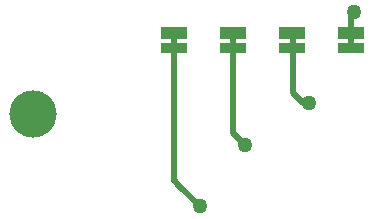
<source format=gbl>
G04*
G04 #@! TF.GenerationSoftware,Altium Limited,Altium Designer,18.0.7 (293)*
G04*
G04 Layer_Physical_Order=2*
G04 Layer_Color=16711680*
%FSLAX25Y25*%
%MOIN*%
G70*
G01*
G75*
%ADD11C,0.01000*%
%ADD19C,0.02000*%
%ADD20C,0.15748*%
%ADD21C,0.05000*%
%ADD22R,0.09055X0.04331*%
%ADD23R,0.09055X0.03347*%
D11*
X391600Y377360D02*
X391613Y377373D01*
X391600Y377360D02*
X391613Y377373D01*
X391600Y376545D02*
Y377360D01*
Y376200D02*
Y376545D01*
Y379373D02*
Y381400D01*
Y379373D02*
Y381400D01*
Y379373D02*
X391613Y379386D01*
Y381239D01*
X371987Y375716D02*
Y376061D01*
D19*
X372047Y332053D02*
Y376260D01*
X372126Y331974D02*
X373268Y330832D01*
X380500Y323600D01*
X372047Y376260D02*
Y381299D01*
X431102Y387402D02*
X431900Y388200D01*
X431102Y376260D02*
Y387402D01*
X431313Y387613D02*
X431900Y388200D01*
X431300Y381226D02*
X431313Y381239D01*
X431400Y375900D02*
Y376987D01*
X431313Y377074D02*
X431400Y376987D01*
X431300Y377061D02*
X431313Y377074D01*
X431300Y376200D02*
Y377061D01*
X411513Y372540D02*
Y381239D01*
Y379886D02*
Y381239D01*
X411500Y361400D02*
Y372527D01*
Y361400D02*
X414900Y358000D01*
X417100D01*
X391600Y373027D02*
Y377360D01*
X391613Y377373D02*
Y381239D01*
X391600Y348000D02*
Y373027D01*
Y348000D02*
X395700Y343900D01*
D20*
X324803Y354331D02*
D03*
D21*
X431900Y388200D02*
D03*
X417100Y358000D02*
D03*
X395700Y343900D02*
D03*
X380500Y323600D02*
D03*
D22*
X431102Y381299D02*
D03*
X411417D02*
D03*
X391732D02*
D03*
X372047D02*
D03*
D23*
X431102Y376260D02*
D03*
X411417D02*
D03*
X391732D02*
D03*
X372047D02*
D03*
M02*

</source>
